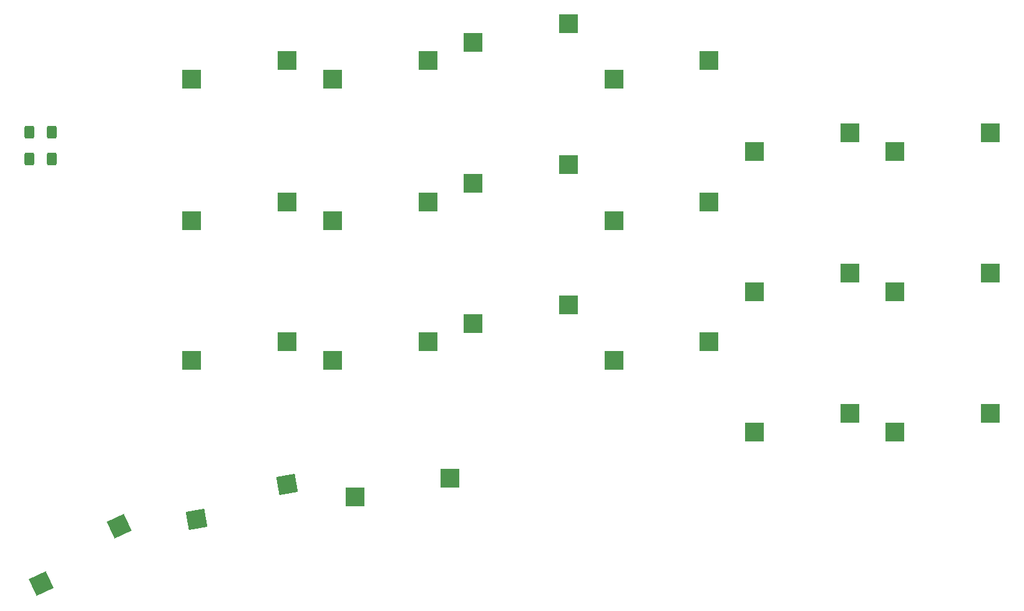
<source format=gbp>
%TF.GenerationSoftware,KiCad,Pcbnew,6.0.2+dfsg-1*%
%TF.CreationDate,2023-08-25T19:39:30+02:00*%
%TF.ProjectId,max,6d61782e-6b69-4636-9164-5f7063625858,rev1.0*%
%TF.SameCoordinates,Original*%
%TF.FileFunction,Paste,Bot*%
%TF.FilePolarity,Positive*%
%FSLAX46Y46*%
G04 Gerber Fmt 4.6, Leading zero omitted, Abs format (unit mm)*
G04 Created by KiCad (PCBNEW 6.0.2+dfsg-1) date 2023-08-25 19:39:30*
%MOMM*%
%LPD*%
G01*
G04 APERTURE LIST*
G04 Aperture macros list*
%AMRoundRect*
0 Rectangle with rounded corners*
0 $1 Rounding radius*
0 $2 $3 $4 $5 $6 $7 $8 $9 X,Y pos of 4 corners*
0 Add a 4 corners polygon primitive as box body*
4,1,4,$2,$3,$4,$5,$6,$7,$8,$9,$2,$3,0*
0 Add four circle primitives for the rounded corners*
1,1,$1+$1,$2,$3*
1,1,$1+$1,$4,$5*
1,1,$1+$1,$6,$7*
1,1,$1+$1,$8,$9*
0 Add four rect primitives between the rounded corners*
20,1,$1+$1,$2,$3,$4,$5,0*
20,1,$1+$1,$4,$5,$6,$7,0*
20,1,$1+$1,$6,$7,$8,$9,0*
20,1,$1+$1,$8,$9,$2,$3,0*%
%AMRotRect*
0 Rectangle, with rotation*
0 The origin of the aperture is its center*
0 $1 length*
0 $2 width*
0 $3 Rotation angle, in degrees counterclockwise*
0 Add horizontal line*
21,1,$1,$2,0,0,$3*%
G04 Aperture macros list end*
%ADD10R,2.550000X2.500000*%
%ADD11RotRect,2.550000X2.500000X205.000000*%
%ADD12RotRect,2.550000X2.500000X190.000000*%
%ADD13RoundRect,0.250000X0.400000X0.625000X-0.400000X0.625000X-0.400000X-0.625000X0.400000X-0.625000X0*%
%ADD14RoundRect,0.250000X-0.400000X-0.625000X0.400000X-0.625000X0.400000X0.625000X-0.400000X0.625000X0*%
G04 APERTURE END LIST*
D10*
%TO.C,K25*%
X100726760Y-91460000D03*
X113653760Y-88920000D03*
%TD*%
%TO.C,K24*%
X119894611Y-91460000D03*
X132821611Y-88920000D03*
%TD*%
%TO.C,K13*%
X138940992Y-67413317D03*
X151867992Y-64873317D03*
%TD*%
%TO.C,K2*%
X196182034Y-63064957D03*
X209109034Y-60524957D03*
%TD*%
%TO.C,K21*%
X196182034Y-101164957D03*
X209109034Y-98624957D03*
%TD*%
%TO.C,K10*%
X177132034Y-82114957D03*
X190059034Y-79574957D03*
%TD*%
%TO.C,K04*%
X119894611Y-53248342D03*
X132821611Y-50708342D03*
%TD*%
%TO.C,K22*%
X158015000Y-91460000D03*
X170942000Y-88920000D03*
%TD*%
%TO.C,K30*%
X122884267Y-109995102D03*
X135811267Y-107455102D03*
%TD*%
%TO.C,K00*%
X177132034Y-63064957D03*
X190059034Y-60524957D03*
%TD*%
%TO.C,K03*%
X138940992Y-48248342D03*
X151867992Y-45708342D03*
%TD*%
%TO.C,K02*%
X158015000Y-53248342D03*
X170942000Y-50708342D03*
%TD*%
%TO.C,K12*%
X158015000Y-72413317D03*
X170942000Y-69873317D03*
%TD*%
%TO.C,K14*%
X119894611Y-72413317D03*
X132821611Y-69873317D03*
%TD*%
%TO.C,K20*%
X177132034Y-101164957D03*
X190059034Y-98624957D03*
%TD*%
%TO.C,K11*%
X196182034Y-82114957D03*
X209109034Y-79574957D03*
%TD*%
%TO.C,K15*%
X100726760Y-72413317D03*
X113653760Y-69873317D03*
%TD*%
D11*
%TO.C,K32*%
X80285359Y-121692229D03*
X90927749Y-113927021D03*
%TD*%
D10*
%TO.C,K23*%
X138940992Y-86460000D03*
X151867992Y-83920000D03*
%TD*%
%TO.C,K05*%
X100726760Y-53248342D03*
X113653760Y-50708342D03*
%TD*%
D12*
%TO.C,K31*%
X101400694Y-113036571D03*
X113690237Y-108290409D03*
%TD*%
D13*
%TO.C,R2*%
X81788552Y-64109600D03*
X78688552Y-64109600D03*
%TD*%
D14*
%TO.C,R1*%
X78688552Y-60401200D03*
X81788552Y-60401200D03*
%TD*%
M02*

</source>
